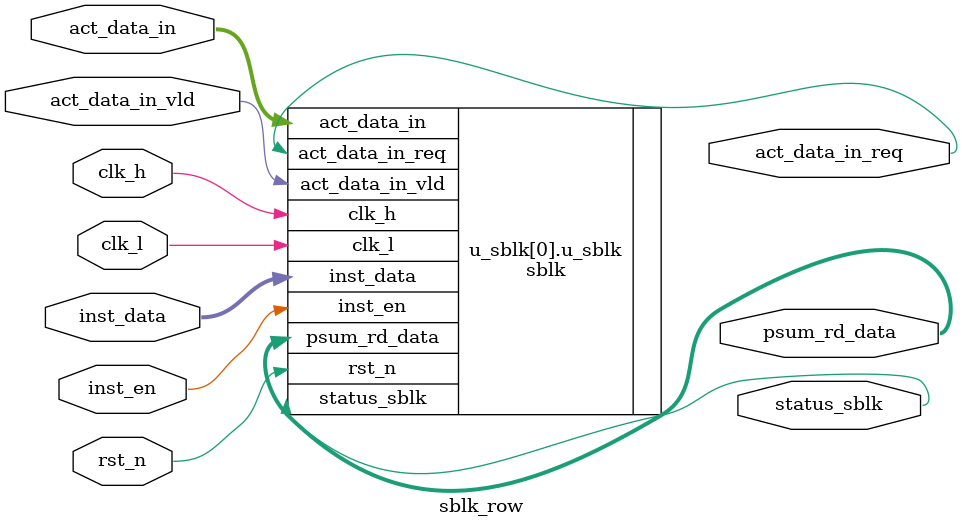
<source format=sv>
`timescale 1ns / 1ns

module sblk_row(/*AUTOARG*/
   // Outputs
   act_data_in_req, psum_rd_data, status_sblk,
   // Inputs
   clk_h, clk_l, rst_n, act_data_in, act_data_in_vld, inst_data,
   inst_en
   );

   // number of supertile inside the superblock
   parameter N_ROW = 1;
   parameter N_COLUMN = 12;
   parameter N_TILE = 40;
   parameter WID_N_TILE = $clog2(N_TILE);
   parameter WID_W = 16;
   parameter WID_WADDR = 10;
   parameter WID_ACT = 16;
   parameter WID_ACTADDR = 6;
   parameter WID_PSUM = 32;
   parameter WID_PSUMADDR = 9;
   // strip the tail 0-btis in the 48-bits psum from dsp   
   parameter PSUM_SPLIT_START_POS = 0;

   // parameter WID_INST_TN=4;
   // parameter WID_INST_TM=9;
   // parameter WID_INST_TP=5;
   // // FIXME: arbitrary width
   // parameter WID_INST_LN=5;
   // parameter WID_INST_LP=5;
   parameter WID_INST_TN=3;
   parameter WID_INST_TM=3;
   parameter WID_INST_TP=2;
   // FIXME: arbitrary width
   parameter WID_INST_LN=3;
   parameter WID_INST_LP=3;   
   parameter WID_INST = WID_INST_TN + WID_INST_TM + WID_INST_TP + WID_INST_LN + WID_INST_LP;

   
   input wire clk_h, clk_l;
   input wire rst_n;
   
   // signals from controller, NOTE: may change for MV / CONV, etc. 
   // activation buffer wr signal
   input wire [2*WID_ACT*N_ROW-1:0] act_data_in;
   input wire [N_ROW-1:0]           act_data_in_vld;
   output wire [N_ROW-1:0]          act_data_in_req;
   output wire [2*WID_PSUM*N_COLUMN*N_ROW-1:0] psum_rd_data;

   // instruction input signal
   input wire [WID_INST*N_ROW-1:0]             inst_data;
   input wire [N_ROW-1:0]                      inst_en;

   output wire [N_ROW-1:0]                     status_sblk;


   genvar                                      ii;
   generate   
      for (ii=0; ii<N_ROW; ii=ii+1) begin: u_sblk
         sblk #(
                .N_TILE(N_TILE),
                .N_COLUMN(N_COLUMN),
                .WID_N_TILE(WID_N_TILE),
                .WID_W(WID_W),
                .WID_WADDR(WID_WADDR),
                .WID_ACT(WID_ACT),
                .WID_ACTADDR(WID_ACTADDR),
                .WID_PSUM(WID_PSUM),
                .WID_PSUMADDR(WID_PSUMADDR),
                .PSUM_SPLIT_START_POS(PSUM_SPLIT_START_POS),
                .WID_INST_TN(WID_INST_TN),
                .WID_INST_TM(WID_INST_TM),
                .WID_INST_TP(WID_INST_TP),
                .WID_INST_LP(WID_INST_LP),
                .WID_INST_LN(WID_INST_LN)               
                )
         u_sblk(
                .clk_l(clk_l),
                .clk_h(clk_h),
                .rst_n(rst_n),
                .act_data_in(act_data_in[ii*2*WID_ACT+:(2*WID_ACT)]),
                .act_data_in_vld(act_data_in_vld[ii]),
                .act_data_in_req(act_data_in_req[ii]),
                .psum_rd_data(psum_rd_data[ii*2*WID_PSUM*N_COLUMN+:(2*WID_PSUM*N_COLUMN)]),
                .status_sblk(status_sblk[ii]),
                .inst_data(inst_data[ii*WID_INST+:WID_INST]),
                .inst_en(inst_en[ii])
                );
      end // u_sblk
   endgenerate

endmodule // sblk_row

</source>
